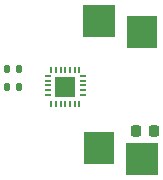
<source format=gtp>
G04 #@! TF.GenerationSoftware,KiCad,Pcbnew,8.0.7-8.0.7-0~ubuntu24.04.1*
G04 #@! TF.CreationDate,2024-12-30T22:58:19-07:00*
G04 #@! TF.ProjectId,DRV8311 Motor Driver,44525638-3331-4312-904d-6f746f722044,V1*
G04 #@! TF.SameCoordinates,Original*
G04 #@! TF.FileFunction,Paste,Top*
G04 #@! TF.FilePolarity,Positive*
%FSLAX46Y46*%
G04 Gerber Fmt 4.6, Leading zero omitted, Abs format (unit mm)*
G04 Created by KiCad (PCBNEW 8.0.7-8.0.7-0~ubuntu24.04.1) date 2024-12-30 22:58:19*
%MOMM*%
%LPD*%
G01*
G04 APERTURE LIST*
G04 Aperture macros list*
%AMRoundRect*
0 Rectangle with rounded corners*
0 $1 Rounding radius*
0 $2 $3 $4 $5 $6 $7 $8 $9 X,Y pos of 4 corners*
0 Add a 4 corners polygon primitive as box body*
4,1,4,$2,$3,$4,$5,$6,$7,$8,$9,$2,$3,0*
0 Add four circle primitives for the rounded corners*
1,1,$1+$1,$2,$3*
1,1,$1+$1,$4,$5*
1,1,$1+$1,$6,$7*
1,1,$1+$1,$8,$9*
0 Add four rect primitives between the rounded corners*
20,1,$1+$1,$2,$3,$4,$5,0*
20,1,$1+$1,$4,$5,$6,$7,0*
20,1,$1+$1,$6,$7,$8,$9,0*
20,1,$1+$1,$8,$9,$2,$3,0*%
G04 Aperture macros list end*
%ADD10C,0.000000*%
%ADD11R,2.800000X2.800000*%
%ADD12RoundRect,0.140000X-0.140000X-0.170000X0.140000X-0.170000X0.140000X0.170000X-0.140000X0.170000X0*%
%ADD13R,0.200000X0.469999*%
%ADD14R,0.469999X0.200000*%
%ADD15R,2.500000X2.800000*%
%ADD16RoundRect,0.225000X0.225000X0.250000X-0.225000X0.250000X-0.225000X-0.250000X0.225000X-0.250000X0*%
G04 APERTURE END LIST*
D10*
G04 #@! TO.C,U1*
G36*
X170989999Y-100624999D02*
G01*
X170989999Y-102234999D01*
X170939999Y-102284999D01*
X169329999Y-102284999D01*
X169279999Y-102234999D01*
X169279999Y-100624999D01*
X169329999Y-100574999D01*
X170939999Y-100574999D01*
X170989999Y-100624999D01*
G37*
G04 #@! TD*
D11*
G04 #@! TO.C,J7*
X176650000Y-107550000D03*
G04 #@! TD*
D12*
G04 #@! TO.C,C1*
X165220000Y-99900000D03*
X166180000Y-99900000D03*
G04 #@! TD*
D13*
G04 #@! TO.C,U1*
X168934999Y-102895000D03*
X169334998Y-102895000D03*
X169735000Y-102895000D03*
X170134999Y-102895000D03*
X170534998Y-102895000D03*
X170935000Y-102895000D03*
X171334999Y-102895000D03*
D14*
X171600000Y-102100000D03*
X171600000Y-101699998D03*
X171600000Y-101299999D03*
X171600000Y-100900000D03*
X171600000Y-100499998D03*
D13*
X171334999Y-99964998D03*
X170935000Y-99964998D03*
X170534998Y-99964998D03*
X170134999Y-99964998D03*
X169735000Y-99964998D03*
X169334998Y-99964998D03*
X168934999Y-99964998D03*
D14*
X168669998Y-100499998D03*
X168669998Y-100900000D03*
X168669998Y-101299999D03*
X168669998Y-101699998D03*
X168669998Y-102100000D03*
G04 #@! TD*
D15*
G04 #@! TO.C,J8*
X176650000Y-96750000D03*
G04 #@! TD*
D16*
G04 #@! TO.C,C6*
X177675000Y-105200000D03*
X176125000Y-105200000D03*
G04 #@! TD*
D15*
G04 #@! TO.C,J6*
X172950000Y-106600000D03*
G04 #@! TD*
D11*
G04 #@! TO.C,J9*
X172950000Y-95850000D03*
G04 #@! TD*
D12*
G04 #@! TO.C,C7*
X165220000Y-101400000D03*
X166180000Y-101400000D03*
G04 #@! TD*
M02*

</source>
